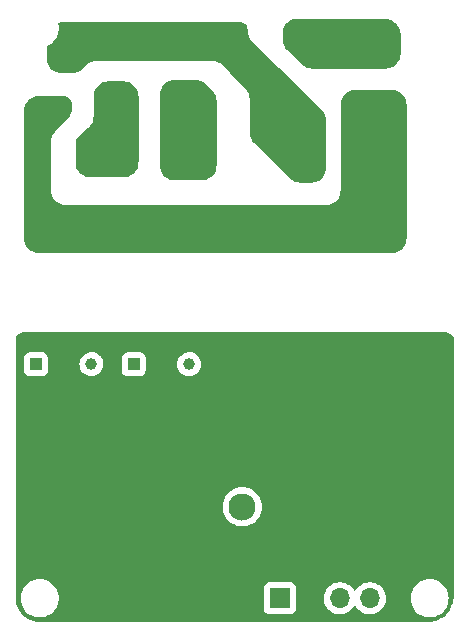
<source format=gbr>
%TF.GenerationSoftware,KiCad,Pcbnew,(5.99.0-11382-g00f1b609c4)*%
%TF.CreationDate,2021-08-15T08:59:13-05:00*%
%TF.ProjectId,reptile-monitor-power,72657074-696c-4652-9d6d-6f6e69746f72,1*%
%TF.SameCoordinates,Original*%
%TF.FileFunction,Copper,L4,Bot*%
%TF.FilePolarity,Positive*%
%FSLAX46Y46*%
G04 Gerber Fmt 4.6, Leading zero omitted, Abs format (unit mm)*
G04 Created by KiCad (PCBNEW (5.99.0-11382-g00f1b609c4)) date 2021-08-15 08:59:13*
%MOMM*%
%LPD*%
G01*
G04 APERTURE LIST*
%TA.AperFunction,ComponentPad*%
%ADD10R,1.575000X1.575000*%
%TD*%
%TA.AperFunction,ComponentPad*%
%ADD11C,1.575000*%
%TD*%
%TA.AperFunction,ComponentPad*%
%ADD12R,1.000000X1.000000*%
%TD*%
%TA.AperFunction,ComponentPad*%
%ADD13C,2.167346*%
%TD*%
%TA.AperFunction,ComponentPad*%
%ADD14C,1.000000*%
%TD*%
%TA.AperFunction,ComponentPad*%
%ADD15R,1.700000X1.700000*%
%TD*%
%TA.AperFunction,ComponentPad*%
%ADD16O,1.700000X1.700000*%
%TD*%
%TA.AperFunction,ComponentPad*%
%ADD17R,2.000000X2.300000*%
%TD*%
%TA.AperFunction,ComponentPad*%
%ADD18C,2.300000*%
%TD*%
%TA.AperFunction,ComponentPad*%
%ADD19C,1.600000*%
%TD*%
%TA.AperFunction,ComponentPad*%
%ADD20C,1.875000*%
%TD*%
%TA.AperFunction,ViaPad*%
%ADD21C,0.762000*%
%TD*%
G04 APERTURE END LIST*
D10*
%TO.P,F1,1*%
%TO.N,/FUSED_AC_L*%
X158318200Y-59944000D03*
D11*
%TO.P,F1,2*%
%TO.N,LINE*%
X158318200Y-54864000D03*
%TD*%
D12*
%TO.P,K1,1,1*%
%TO.N,+5V*%
X137496982Y-81788000D03*
D13*
%TO.P,K1,2,NO*%
%TO.N,/LOAD2*%
X142196983Y-63287999D03*
%TO.P,K1,3,COM*%
%TO.N,/FUSED_AC_L*%
X142196983Y-70288000D03*
D14*
%TO.P,K1,4,4*%
%TO.N,RLY2*%
X142196983Y-81788000D03*
%TD*%
D15*
%TO.P,J4,1,Pin_1*%
%TO.N,+5V*%
X149870008Y-101600000D03*
D16*
%TO.P,J4,2,Pin_2*%
%TO.N,GND*%
X152410008Y-101600000D03*
%TO.P,J4,3,Pin_3*%
%TO.N,L2*%
X154950008Y-101600000D03*
%TO.P,J4,4,Pin_4*%
%TO.N,L1*%
X157490008Y-101600000D03*
%TD*%
D12*
%TO.P,K2,1,1*%
%TO.N,+5V*%
X129222003Y-81788005D03*
D13*
%TO.P,K2,2,NO*%
%TO.N,/LOAD1*%
X133922004Y-63288004D03*
%TO.P,K2,3,COM*%
%TO.N,/FUSED_AC_L*%
X133922004Y-70288005D03*
D14*
%TO.P,K2,4,4*%
%TO.N,RLY1*%
X133922004Y-81788005D03*
%TD*%
D17*
%TO.P,PS1,1,AC/L*%
%TO.N,/FUSED_AC_L*%
X156901995Y-64452490D03*
D18*
%TO.P,PS1,2,AC/N*%
%TO.N,NEUT*%
X151901995Y-64452490D03*
%TO.P,PS1,3,-Vout*%
%TO.N,GND*%
X162101995Y-93852490D03*
%TO.P,PS1,4,+Vout*%
%TO.N,+5V*%
X146701995Y-93852490D03*
%TD*%
D19*
%TO.P,RV1,1*%
%TO.N,NEUT*%
X132298200Y-55666000D03*
%TO.P,RV1,2*%
%TO.N,/FUSED_AC_L*%
X130998200Y-60666000D03*
%TD*%
D20*
%TO.P,J2,1,Pin_1*%
%TO.N,NEUT*%
X145404510Y-54383991D03*
%TO.P,J2,2,Pin_2*%
%TO.N,/LOAD2*%
X142904510Y-59383991D03*
%TD*%
%TO.P,J1,1,Pin_1*%
%TO.N,LINE*%
X152892989Y-54383991D03*
%TO.P,J1,2,Pin_2*%
%TO.N,NEUT*%
X150392989Y-59383991D03*
%TD*%
%TO.P,J3,1,Pin_1*%
%TO.N,NEUT*%
X137914507Y-54383991D03*
%TO.P,J3,2,Pin_2*%
%TO.N,/LOAD1*%
X135414507Y-59383991D03*
%TD*%
D21*
%TO.N,GND*%
X136220200Y-87884000D03*
X141554200Y-90170000D03*
%TD*%
%TA.AperFunction,Conductor*%
%TO.N,NEUT*%
G36*
X146544889Y-52833078D02*
G01*
X146596076Y-52839817D01*
X146676970Y-52850467D01*
X146708741Y-52858980D01*
X146824124Y-52906773D01*
X146852610Y-52923219D01*
X146951693Y-52999248D01*
X146974952Y-53022507D01*
X147050981Y-53121590D01*
X147067427Y-53150076D01*
X147115220Y-53265459D01*
X147123733Y-53297230D01*
X147141122Y-53429309D01*
X147142200Y-53445756D01*
X147142200Y-53514092D01*
X147166841Y-53763050D01*
X147168654Y-53768996D01*
X147168655Y-53769001D01*
X147188407Y-53833779D01*
X147239806Y-54002347D01*
X147358265Y-54222698D01*
X147517622Y-54415552D01*
X149815954Y-56696340D01*
X150101647Y-56979852D01*
X153417157Y-60270053D01*
X153425535Y-60279229D01*
X153572991Y-60457680D01*
X153586840Y-60478278D01*
X153693490Y-60676662D01*
X153703032Y-60699575D01*
X153768723Y-60915016D01*
X153773588Y-60939355D01*
X153796387Y-61169707D01*
X153797000Y-61182117D01*
X153797000Y-65145493D01*
X153796521Y-65156474D01*
X153778667Y-65360552D01*
X153774853Y-65382182D01*
X153723263Y-65574718D01*
X153715751Y-65595357D01*
X153631508Y-65776015D01*
X153620532Y-65795026D01*
X153521478Y-65936489D01*
X153506196Y-65958314D01*
X153492078Y-65975138D01*
X153351138Y-66116078D01*
X153334314Y-66130196D01*
X153171026Y-66244532D01*
X153152015Y-66255508D01*
X153015716Y-66319066D01*
X152971357Y-66339751D01*
X152950717Y-66347263D01*
X152758178Y-66398854D01*
X152736555Y-66402666D01*
X152580516Y-66416318D01*
X152532474Y-66420521D01*
X152521493Y-66421000D01*
X151609721Y-66421000D01*
X151597407Y-66420397D01*
X151368810Y-66397948D01*
X151344652Y-66393157D01*
X151237690Y-66360811D01*
X151130726Y-66328464D01*
X151107965Y-66319067D01*
X150910705Y-66213992D01*
X150890209Y-66200348D01*
X150712361Y-66054988D01*
X150703208Y-66046728D01*
X147698439Y-63055704D01*
X147690091Y-63046534D01*
X147543162Y-62868231D01*
X147529364Y-62847657D01*
X147423114Y-62649560D01*
X147413608Y-62626684D01*
X147348169Y-62411624D01*
X147343322Y-62387331D01*
X147320610Y-62157414D01*
X147320000Y-62145028D01*
X147320000Y-59375021D01*
X147297245Y-59135691D01*
X147229797Y-58904937D01*
X147120072Y-58691028D01*
X146972002Y-58501629D01*
X145691180Y-57149521D01*
X145106671Y-56532480D01*
X145106663Y-56532472D01*
X145104898Y-56530609D01*
X145076364Y-56505010D01*
X144955268Y-56396373D01*
X144951456Y-56392953D01*
X144777766Y-56281935D01*
X144588403Y-56200478D01*
X144583433Y-56199242D01*
X144393328Y-56151966D01*
X144393323Y-56151965D01*
X144388356Y-56150730D01*
X144182897Y-56134000D01*
X134315200Y-56134000D01*
X134312302Y-56134269D01*
X134312291Y-56134270D01*
X134086832Y-56155237D01*
X134086831Y-56155237D01*
X134081015Y-56155778D01*
X133992181Y-56181148D01*
X133860484Y-56218760D01*
X133860480Y-56218761D01*
X133854862Y-56220366D01*
X133644496Y-56325549D01*
X133457134Y-56467719D01*
X133242891Y-56704138D01*
X133149135Y-56807598D01*
X133131932Y-56823363D01*
X132963238Y-56951368D01*
X132943427Y-56963689D01*
X132754018Y-57058394D01*
X132732273Y-57066851D01*
X132528650Y-57125005D01*
X132505720Y-57129307D01*
X132289018Y-57149459D01*
X132277351Y-57150000D01*
X131399707Y-57150000D01*
X131388726Y-57149521D01*
X131340684Y-57145318D01*
X131184645Y-57131666D01*
X131163022Y-57127854D01*
X130970483Y-57076263D01*
X130949843Y-57068751D01*
X130927007Y-57058102D01*
X130769185Y-56984508D01*
X130750174Y-56973532D01*
X130586886Y-56859196D01*
X130570062Y-56845078D01*
X130429122Y-56704138D01*
X130415004Y-56687314D01*
X130399722Y-56665489D01*
X130300668Y-56524026D01*
X130289692Y-56505015D01*
X130205449Y-56324357D01*
X130197937Y-56303718D01*
X130158727Y-56157383D01*
X130146346Y-56111178D01*
X130142533Y-56089552D01*
X130124679Y-55885474D01*
X130124200Y-55874493D01*
X130124200Y-54923235D01*
X130144202Y-54855114D01*
X130201981Y-54806827D01*
X130231094Y-54794768D01*
X130267928Y-54779511D01*
X130267932Y-54779509D01*
X130272502Y-54777616D01*
X130488376Y-54645328D01*
X130680898Y-54480898D01*
X130845328Y-54288376D01*
X130977616Y-54072502D01*
X131042277Y-53916398D01*
X131072611Y-53843164D01*
X131072612Y-53843162D01*
X131074505Y-53838591D01*
X131108176Y-53698341D01*
X131132454Y-53597216D01*
X131132455Y-53597210D01*
X131133609Y-53592403D01*
X131153474Y-53340000D01*
X131133609Y-53087597D01*
X131127115Y-53060545D01*
X131113006Y-53001778D01*
X131116553Y-52930870D01*
X131157873Y-52873136D01*
X131224543Y-52846843D01*
X131388725Y-52832479D01*
X131399707Y-52832000D01*
X146528444Y-52832000D01*
X146544889Y-52833078D01*
G37*
%TD.AperFunction*%
%TD*%
%TA.AperFunction,Conductor*%
%TO.N,LINE*%
G36*
X158831674Y-52578479D02*
G01*
X158879716Y-52582682D01*
X159035755Y-52596334D01*
X159057378Y-52600146D01*
X159207825Y-52640458D01*
X159249918Y-52651737D01*
X159270558Y-52659249D01*
X159451215Y-52743492D01*
X159470226Y-52754468D01*
X159497451Y-52773531D01*
X159633514Y-52868804D01*
X159650338Y-52882922D01*
X159791278Y-53023862D01*
X159805396Y-53040686D01*
X159919732Y-53203974D01*
X159930708Y-53222985D01*
X160004302Y-53380807D01*
X160014951Y-53403643D01*
X160022463Y-53424282D01*
X160074053Y-53616818D01*
X160077867Y-53638448D01*
X160095721Y-53842526D01*
X160096200Y-53853507D01*
X160096200Y-55493493D01*
X160095721Y-55504474D01*
X160077867Y-55708552D01*
X160074053Y-55730182D01*
X160022463Y-55922718D01*
X160014951Y-55943357D01*
X159930708Y-56124015D01*
X159919732Y-56143026D01*
X159820678Y-56284489D01*
X159805396Y-56306314D01*
X159791278Y-56323138D01*
X159650338Y-56464078D01*
X159633514Y-56478196D01*
X159470226Y-56592532D01*
X159451215Y-56603508D01*
X159313777Y-56667597D01*
X159270557Y-56687751D01*
X159249917Y-56695263D01*
X159057378Y-56746854D01*
X159035755Y-56750666D01*
X158879716Y-56764318D01*
X158831674Y-56768521D01*
X158820693Y-56769000D01*
X152624168Y-56769000D01*
X152611886Y-56768400D01*
X152430824Y-56750667D01*
X152383885Y-56746070D01*
X152359789Y-56741304D01*
X152146376Y-56676946D01*
X152123669Y-56667599D01*
X151926786Y-56563051D01*
X151906325Y-56549476D01*
X151728680Y-56404816D01*
X151719537Y-56396597D01*
X150494323Y-55182017D01*
X150485935Y-55172839D01*
X150338298Y-54994336D01*
X150324432Y-54973730D01*
X150217643Y-54775245D01*
X150208092Y-54752325D01*
X150142315Y-54536756D01*
X150137444Y-54512412D01*
X150114613Y-54281888D01*
X150114000Y-54269470D01*
X150114000Y-53697685D01*
X150114607Y-53685335D01*
X150134179Y-53486620D01*
X150138998Y-53462394D01*
X150195160Y-53277254D01*
X150204612Y-53254434D01*
X150295808Y-53083817D01*
X150309531Y-53063279D01*
X150432264Y-52913729D01*
X150449729Y-52896264D01*
X150599279Y-52773531D01*
X150619817Y-52759808D01*
X150790434Y-52668612D01*
X150813254Y-52659160D01*
X150998394Y-52602998D01*
X151022619Y-52598179D01*
X151221335Y-52578607D01*
X151233685Y-52578000D01*
X158820693Y-52578000D01*
X158831674Y-52578479D01*
G37*
%TD.AperFunction*%
%TD*%
%TA.AperFunction,Conductor*%
%TO.N,/FUSED_AC_L*%
G36*
X159339674Y-58547479D02*
G01*
X159387716Y-58551682D01*
X159543755Y-58565334D01*
X159565378Y-58569146D01*
X159715825Y-58609458D01*
X159757918Y-58620737D01*
X159778558Y-58628249D01*
X159959215Y-58712492D01*
X159978226Y-58723468D01*
X160119689Y-58822522D01*
X160141514Y-58837804D01*
X160158338Y-58851922D01*
X160299278Y-58992862D01*
X160313396Y-59009686D01*
X160427732Y-59172974D01*
X160438708Y-59191985D01*
X160457121Y-59231471D01*
X160522951Y-59372643D01*
X160530463Y-59393282D01*
X160561379Y-59508660D01*
X160582053Y-59585818D01*
X160585866Y-59607445D01*
X160592299Y-59680969D01*
X160603721Y-59811526D01*
X160604200Y-59822507D01*
X160604200Y-71114493D01*
X160603721Y-71125474D01*
X160585867Y-71329552D01*
X160582053Y-71351182D01*
X160530463Y-71543718D01*
X160522951Y-71564357D01*
X160438708Y-71745015D01*
X160427732Y-71764026D01*
X160328678Y-71905489D01*
X160313396Y-71927314D01*
X160299278Y-71944138D01*
X160158338Y-72085078D01*
X160141514Y-72099196D01*
X159978226Y-72213532D01*
X159959215Y-72224508D01*
X159801393Y-72298102D01*
X159778557Y-72308751D01*
X159757917Y-72316263D01*
X159565378Y-72367854D01*
X159543755Y-72371666D01*
X159387716Y-72385318D01*
X159339674Y-72389521D01*
X159328693Y-72390000D01*
X129494707Y-72390000D01*
X129483726Y-72389521D01*
X129435684Y-72385318D01*
X129279645Y-72371666D01*
X129258022Y-72367854D01*
X129065483Y-72316263D01*
X129044843Y-72308751D01*
X129022007Y-72298102D01*
X128864185Y-72224508D01*
X128845174Y-72213532D01*
X128681886Y-72099196D01*
X128665062Y-72085078D01*
X128524122Y-71944138D01*
X128510004Y-71927314D01*
X128494722Y-71905489D01*
X128395668Y-71764026D01*
X128384692Y-71745015D01*
X128300449Y-71564357D01*
X128292937Y-71543718D01*
X128241347Y-71351182D01*
X128237533Y-71329552D01*
X128219679Y-71125474D01*
X128219200Y-71114493D01*
X128219200Y-60330507D01*
X128219679Y-60319526D01*
X128237533Y-60115448D01*
X128241347Y-60093818D01*
X128243896Y-60084308D01*
X128292937Y-59901282D01*
X128300449Y-59880643D01*
X128333404Y-59809971D01*
X128384692Y-59699985D01*
X128395668Y-59680974D01*
X128510004Y-59517686D01*
X128524122Y-59500862D01*
X128665062Y-59359922D01*
X128681886Y-59345804D01*
X128703711Y-59330522D01*
X128845174Y-59231468D01*
X128864185Y-59220492D01*
X129044842Y-59136249D01*
X129065482Y-59128737D01*
X129107575Y-59117458D01*
X129258022Y-59077146D01*
X129279645Y-59073334D01*
X129435684Y-59059682D01*
X129483726Y-59055479D01*
X129494707Y-59055000D01*
X131514121Y-59055000D01*
X131528229Y-59055792D01*
X131676657Y-59072516D01*
X131704163Y-59078794D01*
X131838416Y-59125772D01*
X131863835Y-59138013D01*
X131984282Y-59213694D01*
X132006342Y-59231287D01*
X132106913Y-59331858D01*
X132124506Y-59353918D01*
X132200187Y-59474365D01*
X132212428Y-59499784D01*
X132250102Y-59607448D01*
X132259405Y-59634035D01*
X132265684Y-59661543D01*
X132282408Y-59809971D01*
X132283200Y-59824079D01*
X132283200Y-60072498D01*
X132282645Y-60084308D01*
X132261998Y-60303624D01*
X132257590Y-60326829D01*
X132198024Y-60532734D01*
X132189363Y-60554707D01*
X132092416Y-60745878D01*
X132079805Y-60765850D01*
X131945257Y-60940268D01*
X131937605Y-60949280D01*
X130846760Y-62118043D01*
X130701348Y-62306544D01*
X130698671Y-62311823D01*
X130698669Y-62311826D01*
X130596346Y-62513598D01*
X130596344Y-62513603D01*
X130593672Y-62518872D01*
X130527514Y-62747565D01*
X130505200Y-62984587D01*
X130505200Y-67056000D01*
X130524494Y-67276533D01*
X130581790Y-67490366D01*
X130584112Y-67495346D01*
X130584113Y-67495348D01*
X130673022Y-67686013D01*
X130673025Y-67686018D01*
X130675348Y-67691000D01*
X130802324Y-67872340D01*
X130958860Y-68028876D01*
X130963368Y-68032033D01*
X130963371Y-68032035D01*
X131038828Y-68084871D01*
X131140200Y-68155852D01*
X131145182Y-68158175D01*
X131145187Y-68158178D01*
X131335852Y-68247087D01*
X131340834Y-68249410D01*
X131346142Y-68250832D01*
X131346144Y-68250833D01*
X131549352Y-68305282D01*
X131549354Y-68305282D01*
X131554667Y-68306706D01*
X131682837Y-68317919D01*
X131772476Y-68325762D01*
X131772483Y-68325762D01*
X131775200Y-68326000D01*
X153746200Y-68326000D01*
X153748917Y-68325762D01*
X153748924Y-68325762D01*
X153838563Y-68317919D01*
X153966733Y-68306706D01*
X153972046Y-68305282D01*
X153972048Y-68305282D01*
X154175256Y-68250833D01*
X154175258Y-68250832D01*
X154180566Y-68249410D01*
X154185548Y-68247087D01*
X154376213Y-68158178D01*
X154376218Y-68158175D01*
X154381200Y-68155852D01*
X154482572Y-68084871D01*
X154558029Y-68032035D01*
X154558032Y-68032033D01*
X154562540Y-68028876D01*
X154719076Y-67872340D01*
X154846052Y-67691000D01*
X154848375Y-67686018D01*
X154848378Y-67686013D01*
X154937287Y-67495348D01*
X154937288Y-67495346D01*
X154939610Y-67490366D01*
X154996906Y-67276533D01*
X155016200Y-67056000D01*
X155016200Y-59822507D01*
X155016679Y-59811526D01*
X155028101Y-59680969D01*
X155034534Y-59607445D01*
X155038347Y-59585818D01*
X155059022Y-59508660D01*
X155089937Y-59393282D01*
X155097449Y-59372643D01*
X155163279Y-59231471D01*
X155181692Y-59191985D01*
X155192668Y-59172974D01*
X155307004Y-59009686D01*
X155321122Y-58992862D01*
X155462062Y-58851922D01*
X155478886Y-58837804D01*
X155500711Y-58822522D01*
X155642174Y-58723468D01*
X155661185Y-58712492D01*
X155841842Y-58628249D01*
X155862482Y-58620737D01*
X155904575Y-58609458D01*
X156055022Y-58569146D01*
X156076645Y-58565334D01*
X156232684Y-58551682D01*
X156280726Y-58547479D01*
X156291707Y-58547000D01*
X159328693Y-58547000D01*
X159339674Y-58547479D01*
G37*
%TD.AperFunction*%
%TD*%
%TA.AperFunction,Conductor*%
%TO.N,/LOAD1*%
G36*
X136642474Y-57846475D02*
G01*
X136690516Y-57850678D01*
X136846555Y-57864330D01*
X136868178Y-57868142D01*
X137018625Y-57908454D01*
X137060718Y-57919733D01*
X137081358Y-57927245D01*
X137262015Y-58011488D01*
X137281026Y-58022464D01*
X137422489Y-58121518D01*
X137444314Y-58136800D01*
X137461138Y-58150918D01*
X137602078Y-58291858D01*
X137616196Y-58308682D01*
X137730532Y-58471970D01*
X137741508Y-58490981D01*
X137815102Y-58648803D01*
X137825751Y-58671639D01*
X137833263Y-58692278D01*
X137884853Y-58884814D01*
X137888667Y-58906444D01*
X137906521Y-59110522D01*
X137907000Y-59121503D01*
X137907000Y-64698489D01*
X137906521Y-64709470D01*
X137888667Y-64913548D01*
X137884853Y-64935178D01*
X137833263Y-65127714D01*
X137825751Y-65148353D01*
X137741508Y-65329011D01*
X137730532Y-65348022D01*
X137631478Y-65489485D01*
X137616196Y-65511310D01*
X137602078Y-65528134D01*
X137461138Y-65669074D01*
X137444314Y-65683192D01*
X137281026Y-65797528D01*
X137262015Y-65808504D01*
X137104193Y-65882098D01*
X137081357Y-65892747D01*
X137060717Y-65900259D01*
X136868178Y-65951850D01*
X136846555Y-65955662D01*
X136690516Y-65969314D01*
X136642474Y-65973517D01*
X136631493Y-65973996D01*
X133848507Y-65973996D01*
X133837526Y-65973517D01*
X133789484Y-65969314D01*
X133633445Y-65955662D01*
X133611822Y-65951850D01*
X133419283Y-65900259D01*
X133398643Y-65892747D01*
X133375807Y-65882098D01*
X133217985Y-65808504D01*
X133198974Y-65797528D01*
X133035686Y-65683192D01*
X133018862Y-65669074D01*
X132877922Y-65528134D01*
X132863804Y-65511310D01*
X132848522Y-65489485D01*
X132749468Y-65348022D01*
X132738492Y-65329011D01*
X132654249Y-65148353D01*
X132646737Y-65127714D01*
X132595147Y-64935178D01*
X132591333Y-64913548D01*
X132573479Y-64709470D01*
X132573000Y-64698489D01*
X132573000Y-63272357D01*
X132573483Y-63261333D01*
X132591476Y-63056471D01*
X132595320Y-63034760D01*
X132647305Y-62841536D01*
X132654874Y-62820827D01*
X132739749Y-62639616D01*
X132750812Y-62620544D01*
X132865975Y-62456903D01*
X132880193Y-62440052D01*
X133026049Y-62295084D01*
X133034209Y-62287655D01*
X133637916Y-61784566D01*
X133640034Y-61782801D01*
X133797657Y-61626138D01*
X133925557Y-61444398D01*
X134019819Y-61243145D01*
X134077556Y-61028542D01*
X134097000Y-60807160D01*
X134097000Y-59121503D01*
X134097479Y-59110522D01*
X134115333Y-58906444D01*
X134119147Y-58884814D01*
X134170737Y-58692278D01*
X134178249Y-58671639D01*
X134188898Y-58648803D01*
X134262492Y-58490981D01*
X134273468Y-58471970D01*
X134387804Y-58308682D01*
X134401922Y-58291858D01*
X134542862Y-58150918D01*
X134559686Y-58136800D01*
X134581511Y-58121518D01*
X134722974Y-58022464D01*
X134741985Y-58011488D01*
X134922642Y-57927245D01*
X134943282Y-57919733D01*
X134985375Y-57908454D01*
X135135822Y-57868142D01*
X135157445Y-57864330D01*
X135313484Y-57850678D01*
X135361526Y-57846475D01*
X135372507Y-57845996D01*
X136631493Y-57845996D01*
X136642474Y-57846475D01*
G37*
%TD.AperFunction*%
%TD*%
%TA.AperFunction,Conductor*%
%TO.N,/LOAD2*%
G36*
X142745776Y-57719583D02*
G01*
X142971231Y-57741414D01*
X142995067Y-57746073D01*
X143136547Y-57788229D01*
X143206300Y-57809013D01*
X143228796Y-57818158D01*
X143424030Y-57920457D01*
X143444343Y-57933741D01*
X143621111Y-58075436D01*
X143630192Y-58083464D01*
X144103669Y-58544639D01*
X144137619Y-58577707D01*
X144146176Y-58586917D01*
X144296831Y-58766238D01*
X144310989Y-58786980D01*
X144420064Y-58987070D01*
X144429826Y-59010207D01*
X144497051Y-59227943D01*
X144502032Y-59252557D01*
X144525373Y-59485606D01*
X144526000Y-59498163D01*
X144526000Y-64952489D01*
X144525521Y-64963470D01*
X144507667Y-65167548D01*
X144503853Y-65189178D01*
X144452263Y-65381714D01*
X144444751Y-65402353D01*
X144360508Y-65583011D01*
X144349532Y-65602022D01*
X144250478Y-65743485D01*
X144235196Y-65765310D01*
X144221078Y-65782134D01*
X144080138Y-65923074D01*
X144063314Y-65937192D01*
X143900026Y-66051528D01*
X143881015Y-66062504D01*
X143723193Y-66136098D01*
X143700357Y-66146747D01*
X143679717Y-66154259D01*
X143487178Y-66205850D01*
X143465555Y-66209662D01*
X143309516Y-66223314D01*
X143261474Y-66227517D01*
X143250493Y-66227996D01*
X140975507Y-66227996D01*
X140964526Y-66227517D01*
X140916484Y-66223314D01*
X140760445Y-66209662D01*
X140738822Y-66205850D01*
X140546283Y-66154259D01*
X140525643Y-66146747D01*
X140502807Y-66136098D01*
X140344985Y-66062504D01*
X140325974Y-66051528D01*
X140162686Y-65937192D01*
X140145862Y-65923074D01*
X140004922Y-65782134D01*
X139990804Y-65765310D01*
X139975522Y-65743485D01*
X139876468Y-65602022D01*
X139865492Y-65583011D01*
X139781249Y-65402353D01*
X139773737Y-65381714D01*
X139722147Y-65189178D01*
X139718333Y-65167548D01*
X139700479Y-64963470D01*
X139700000Y-64952489D01*
X139700000Y-58994503D01*
X139700479Y-58983522D01*
X139718333Y-58779444D01*
X139722147Y-58757814D01*
X139773737Y-58565278D01*
X139781249Y-58544639D01*
X139791898Y-58521803D01*
X139865492Y-58363981D01*
X139876468Y-58344970D01*
X139990804Y-58181682D01*
X140004922Y-58164858D01*
X140145862Y-58023918D01*
X140162686Y-58009800D01*
X140271299Y-57933748D01*
X140325974Y-57895464D01*
X140344985Y-57884488D01*
X140525642Y-57800245D01*
X140546282Y-57792733D01*
X140588375Y-57781454D01*
X140738822Y-57741142D01*
X140760445Y-57737330D01*
X140916484Y-57723678D01*
X140964526Y-57719475D01*
X140975507Y-57718996D01*
X142733632Y-57718996D01*
X142745776Y-57719583D01*
G37*
%TD.AperFunction*%
%TD*%
%TA.AperFunction,Conductor*%
%TO.N,GND*%
G36*
X163693474Y-79081479D02*
G01*
X163741516Y-79085682D01*
X163897555Y-79099334D01*
X163919178Y-79103146D01*
X164069625Y-79143458D01*
X164111718Y-79154737D01*
X164132358Y-79162249D01*
X164313015Y-79246492D01*
X164332026Y-79257468D01*
X164473489Y-79356522D01*
X164495314Y-79371804D01*
X164512138Y-79385922D01*
X164548229Y-79422013D01*
X164582255Y-79484325D01*
X164585134Y-79511068D01*
X164591931Y-101377361D01*
X164591978Y-101529093D01*
X164590629Y-101541176D01*
X164591122Y-101541216D01*
X164590404Y-101550158D01*
X164588423Y-101558918D01*
X164588980Y-101567879D01*
X164588980Y-101567884D01*
X164589504Y-101576307D01*
X164588721Y-101600173D01*
X164560286Y-101821630D01*
X164557480Y-101836418D01*
X164545736Y-101882939D01*
X164496121Y-102079468D01*
X164491569Y-102093821D01*
X164401661Y-102327796D01*
X164395430Y-102341505D01*
X164278243Y-102563099D01*
X164270421Y-102575965D01*
X164250971Y-102604031D01*
X164156120Y-102740898D01*
X164127640Y-102781993D01*
X164118348Y-102793824D01*
X163967778Y-102963568D01*
X163952001Y-102981354D01*
X163941357Y-102991998D01*
X163753824Y-103158348D01*
X163741997Y-103167637D01*
X163625948Y-103248061D01*
X163535965Y-103310421D01*
X163523099Y-103318243D01*
X163301505Y-103435430D01*
X163287796Y-103441661D01*
X163053821Y-103531569D01*
X163039468Y-103536121D01*
X162967323Y-103554335D01*
X162796418Y-103597480D01*
X162781637Y-103600285D01*
X162677074Y-103613711D01*
X162567363Y-103627798D01*
X162540430Y-103628353D01*
X162540375Y-103628348D01*
X162540373Y-103628348D01*
X162531429Y-103627572D01*
X162522630Y-103629337D01*
X162522627Y-103629337D01*
X162521617Y-103629540D01*
X162496839Y-103632000D01*
X129588425Y-103632000D01*
X129569395Y-103630555D01*
X129553674Y-103628153D01*
X129544805Y-103626798D01*
X129528584Y-103628966D01*
X129503986Y-103629827D01*
X129281532Y-103615831D01*
X129265127Y-103613711D01*
X129020577Y-103565611D01*
X129004591Y-103561360D01*
X128768440Y-103481636D01*
X128753149Y-103475328D01*
X128529486Y-103365361D01*
X128515153Y-103357104D01*
X128307824Y-103218785D01*
X128294696Y-103208722D01*
X128237216Y-103158338D01*
X128107262Y-103044426D01*
X128095569Y-103032733D01*
X128059866Y-102992001D01*
X127931278Y-102845304D01*
X127921215Y-102832176D01*
X127782895Y-102624847D01*
X127774638Y-102610513D01*
X127664669Y-102386845D01*
X127658361Y-102371555D01*
X127578640Y-102135413D01*
X127574389Y-102119427D01*
X127526288Y-101874873D01*
X127524168Y-101858468D01*
X127512095Y-101666590D01*
X127510622Y-101643172D01*
X127511702Y-101620343D01*
X127511758Y-101616604D01*
X127513165Y-101607735D01*
X127512176Y-101600000D01*
X127926526Y-101600000D01*
X127946391Y-101852403D01*
X127947545Y-101857210D01*
X127947546Y-101857216D01*
X127956143Y-101893023D01*
X128005495Y-102098591D01*
X128007388Y-102103162D01*
X128007389Y-102103164D01*
X128100435Y-102327796D01*
X128102384Y-102332502D01*
X128234672Y-102548376D01*
X128316489Y-102644171D01*
X128393685Y-102734555D01*
X128399102Y-102740898D01*
X128591624Y-102905328D01*
X128807498Y-103037616D01*
X128812068Y-103039509D01*
X128812072Y-103039511D01*
X129036836Y-103132611D01*
X129041409Y-103134505D01*
X129126032Y-103154821D01*
X129282784Y-103192454D01*
X129282790Y-103192455D01*
X129287597Y-103193609D01*
X129540000Y-103213474D01*
X129792403Y-103193609D01*
X129797210Y-103192455D01*
X129797216Y-103192454D01*
X129953968Y-103154821D01*
X130038591Y-103134505D01*
X130043164Y-103132611D01*
X130267928Y-103039511D01*
X130267932Y-103039509D01*
X130272502Y-103037616D01*
X130488376Y-102905328D01*
X130680898Y-102740898D01*
X130686316Y-102734555D01*
X130763511Y-102644171D01*
X130845328Y-102548376D01*
X130977616Y-102332502D01*
X130979566Y-102327796D01*
X131072611Y-102103164D01*
X131072612Y-102103162D01*
X131074505Y-102098591D01*
X131123857Y-101893023D01*
X131132454Y-101857216D01*
X131132455Y-101857210D01*
X131133609Y-101852403D01*
X131153474Y-101600000D01*
X131133609Y-101347597D01*
X131131687Y-101339588D01*
X131087600Y-101155954D01*
X131074505Y-101101409D01*
X131016176Y-100960590D01*
X130979511Y-100872072D01*
X130979509Y-100872068D01*
X130977616Y-100867498D01*
X130905613Y-100750000D01*
X148506279Y-100750000D01*
X148506279Y-102450000D01*
X148511508Y-102523111D01*
X148532539Y-102594734D01*
X148547055Y-102644171D01*
X148552704Y-102663411D01*
X148557575Y-102670990D01*
X148626886Y-102778841D01*
X148626888Y-102778844D01*
X148631758Y-102786421D01*
X148638568Y-102792322D01*
X148735453Y-102876274D01*
X148735456Y-102876276D01*
X148742265Y-102882176D01*
X148750462Y-102885920D01*
X148750463Y-102885920D01*
X148797027Y-102907185D01*
X148875274Y-102942919D01*
X149020008Y-102963729D01*
X150720008Y-102963729D01*
X150756808Y-102961097D01*
X150786381Y-102958982D01*
X150786382Y-102958982D01*
X150793119Y-102958500D01*
X150883768Y-102931883D01*
X150924773Y-102919843D01*
X150924775Y-102919842D01*
X150933419Y-102917304D01*
X151005997Y-102870661D01*
X151048849Y-102843122D01*
X151048852Y-102843120D01*
X151056429Y-102838250D01*
X151096226Y-102792322D01*
X151146282Y-102734555D01*
X151146284Y-102734552D01*
X151152184Y-102727743D01*
X151212927Y-102594734D01*
X151233737Y-102450000D01*
X151233737Y-101566695D01*
X153587259Y-101566695D01*
X153587556Y-101571848D01*
X153587556Y-101571851D01*
X153593019Y-101666590D01*
X153600118Y-101789715D01*
X153601255Y-101794761D01*
X153601256Y-101794767D01*
X153615330Y-101857216D01*
X153649230Y-102007639D01*
X153733274Y-102214616D01*
X153778848Y-102288986D01*
X153847299Y-102400688D01*
X153849995Y-102405088D01*
X153996258Y-102573938D01*
X154168134Y-102716632D01*
X154361008Y-102829338D01*
X154365833Y-102831180D01*
X154365834Y-102831181D01*
X154402819Y-102845304D01*
X154569700Y-102909030D01*
X154574768Y-102910061D01*
X154574771Y-102910062D01*
X154682025Y-102931883D01*
X154788605Y-102953567D01*
X154793780Y-102953757D01*
X154793782Y-102953757D01*
X155006681Y-102961564D01*
X155006685Y-102961564D01*
X155011845Y-102961753D01*
X155016965Y-102961097D01*
X155016967Y-102961097D01*
X155228296Y-102934025D01*
X155228297Y-102934025D01*
X155233424Y-102933368D01*
X155286968Y-102917304D01*
X155442437Y-102870661D01*
X155442442Y-102870659D01*
X155447392Y-102869174D01*
X155648002Y-102770896D01*
X155829868Y-102641173D01*
X155988104Y-102483489D01*
X156010552Y-102452250D01*
X156118461Y-102302077D01*
X156119784Y-102303028D01*
X156166653Y-102259857D01*
X156236588Y-102247625D01*
X156302034Y-102275144D01*
X156329883Y-102306994D01*
X156389995Y-102405088D01*
X156536258Y-102573938D01*
X156708134Y-102716632D01*
X156901008Y-102829338D01*
X156905833Y-102831180D01*
X156905834Y-102831181D01*
X156942819Y-102845304D01*
X157109700Y-102909030D01*
X157114768Y-102910061D01*
X157114771Y-102910062D01*
X157222025Y-102931883D01*
X157328605Y-102953567D01*
X157333780Y-102953757D01*
X157333782Y-102953757D01*
X157546681Y-102961564D01*
X157546685Y-102961564D01*
X157551845Y-102961753D01*
X157556965Y-102961097D01*
X157556967Y-102961097D01*
X157768296Y-102934025D01*
X157768297Y-102934025D01*
X157773424Y-102933368D01*
X157826968Y-102917304D01*
X157982437Y-102870661D01*
X157982442Y-102870659D01*
X157987392Y-102869174D01*
X158188002Y-102770896D01*
X158369868Y-102641173D01*
X158528104Y-102483489D01*
X158550552Y-102452250D01*
X158655443Y-102306277D01*
X158658461Y-102302077D01*
X158679328Y-102259857D01*
X158755144Y-102106453D01*
X158755145Y-102106451D01*
X158757438Y-102101811D01*
X158822378Y-101888069D01*
X158851537Y-101666590D01*
X158852667Y-101620343D01*
X158853082Y-101603365D01*
X158853082Y-101603361D01*
X158853164Y-101600000D01*
X160942030Y-101600000D01*
X160961895Y-101852403D01*
X160963049Y-101857210D01*
X160963050Y-101857216D01*
X160971647Y-101893023D01*
X161020999Y-102098591D01*
X161022892Y-102103162D01*
X161022893Y-102103164D01*
X161115939Y-102327796D01*
X161117888Y-102332502D01*
X161250176Y-102548376D01*
X161331993Y-102644171D01*
X161409189Y-102734555D01*
X161414606Y-102740898D01*
X161607128Y-102905328D01*
X161823002Y-103037616D01*
X161827572Y-103039509D01*
X161827576Y-103039511D01*
X162052340Y-103132611D01*
X162056913Y-103134505D01*
X162141536Y-103154821D01*
X162298288Y-103192454D01*
X162298294Y-103192455D01*
X162303101Y-103193609D01*
X162555504Y-103213474D01*
X162807907Y-103193609D01*
X162812714Y-103192455D01*
X162812720Y-103192454D01*
X162969472Y-103154821D01*
X163054095Y-103134505D01*
X163058668Y-103132611D01*
X163283432Y-103039511D01*
X163283436Y-103039509D01*
X163288006Y-103037616D01*
X163503880Y-102905328D01*
X163696402Y-102740898D01*
X163701820Y-102734555D01*
X163779015Y-102644171D01*
X163860832Y-102548376D01*
X163993120Y-102332502D01*
X163995070Y-102327796D01*
X164088115Y-102103164D01*
X164088116Y-102103162D01*
X164090009Y-102098591D01*
X164139361Y-101893023D01*
X164147958Y-101857216D01*
X164147959Y-101857210D01*
X164149113Y-101852403D01*
X164168978Y-101600000D01*
X164149113Y-101347597D01*
X164147191Y-101339588D01*
X164103104Y-101155954D01*
X164090009Y-101101409D01*
X164031680Y-100960590D01*
X163995015Y-100872072D01*
X163995013Y-100872068D01*
X163993120Y-100867498D01*
X163860832Y-100651624D01*
X163714639Y-100480455D01*
X163699610Y-100462858D01*
X163696402Y-100459102D01*
X163503880Y-100294672D01*
X163288006Y-100162384D01*
X163283436Y-100160491D01*
X163283432Y-100160489D01*
X163058668Y-100067389D01*
X163058666Y-100067388D01*
X163054095Y-100065495D01*
X162969472Y-100045179D01*
X162812720Y-100007546D01*
X162812714Y-100007545D01*
X162807907Y-100006391D01*
X162555504Y-99986526D01*
X162303101Y-100006391D01*
X162298294Y-100007545D01*
X162298288Y-100007546D01*
X162141536Y-100045179D01*
X162056913Y-100065495D01*
X162052342Y-100067388D01*
X162052340Y-100067389D01*
X161827576Y-100160489D01*
X161827572Y-100160491D01*
X161823002Y-100162384D01*
X161607128Y-100294672D01*
X161414606Y-100459102D01*
X161411398Y-100462858D01*
X161396369Y-100480455D01*
X161250176Y-100651624D01*
X161117888Y-100867498D01*
X161115995Y-100872068D01*
X161115993Y-100872072D01*
X161079328Y-100960590D01*
X161020999Y-101101409D01*
X161007904Y-101155954D01*
X160963818Y-101339588D01*
X160961895Y-101347597D01*
X160942030Y-101600000D01*
X158853164Y-101600000D01*
X158834860Y-101377361D01*
X158780439Y-101160702D01*
X158691362Y-100955840D01*
X158570022Y-100768277D01*
X158419678Y-100603051D01*
X158415627Y-100599852D01*
X158415623Y-100599848D01*
X158248422Y-100467800D01*
X158248418Y-100467798D01*
X158244367Y-100464598D01*
X158048797Y-100356638D01*
X158043928Y-100354914D01*
X158043924Y-100354912D01*
X157843095Y-100283795D01*
X157843091Y-100283794D01*
X157838220Y-100282069D01*
X157833127Y-100281162D01*
X157833124Y-100281161D01*
X157623381Y-100243800D01*
X157623375Y-100243799D01*
X157618292Y-100242894D01*
X157544460Y-100241992D01*
X157400089Y-100240228D01*
X157400087Y-100240228D01*
X157394919Y-100240165D01*
X157174099Y-100273955D01*
X156961764Y-100343357D01*
X156763615Y-100446507D01*
X156759482Y-100449610D01*
X156759479Y-100449612D01*
X156632121Y-100545235D01*
X156584973Y-100580635D01*
X156430637Y-100742138D01*
X156323209Y-100899621D01*
X156268301Y-100944621D01*
X156197776Y-100952792D01*
X156134029Y-100921538D01*
X156113332Y-100897054D01*
X156032830Y-100772617D01*
X156032828Y-100772614D01*
X156030022Y-100768277D01*
X155879678Y-100603051D01*
X155875627Y-100599852D01*
X155875623Y-100599848D01*
X155708422Y-100467800D01*
X155708418Y-100467798D01*
X155704367Y-100464598D01*
X155508797Y-100356638D01*
X155503928Y-100354914D01*
X155503924Y-100354912D01*
X155303095Y-100283795D01*
X155303091Y-100283794D01*
X155298220Y-100282069D01*
X155293127Y-100281162D01*
X155293124Y-100281161D01*
X155083381Y-100243800D01*
X155083375Y-100243799D01*
X155078292Y-100242894D01*
X155004460Y-100241992D01*
X154860089Y-100240228D01*
X154860087Y-100240228D01*
X154854919Y-100240165D01*
X154634099Y-100273955D01*
X154421764Y-100343357D01*
X154223615Y-100446507D01*
X154219482Y-100449610D01*
X154219479Y-100449612D01*
X154092121Y-100545235D01*
X154044973Y-100580635D01*
X153890637Y-100742138D01*
X153764751Y-100926680D01*
X153749011Y-100960590D01*
X153685768Y-101096836D01*
X153670696Y-101129305D01*
X153610997Y-101344570D01*
X153587259Y-101566695D01*
X151233737Y-101566695D01*
X151233737Y-100750000D01*
X151228508Y-100676889D01*
X151200245Y-100580635D01*
X151189851Y-100545235D01*
X151189850Y-100545233D01*
X151187312Y-100536589D01*
X151143104Y-100467800D01*
X151113130Y-100421159D01*
X151113128Y-100421156D01*
X151108258Y-100413579D01*
X151101448Y-100407678D01*
X151004563Y-100323726D01*
X151004560Y-100323724D01*
X150997751Y-100317824D01*
X150864742Y-100257081D01*
X150720008Y-100236271D01*
X149020008Y-100236271D01*
X149011032Y-100236913D01*
X148953635Y-100241018D01*
X148953634Y-100241018D01*
X148946897Y-100241500D01*
X148867390Y-100264845D01*
X148815243Y-100280157D01*
X148815241Y-100280158D01*
X148806597Y-100282696D01*
X148799018Y-100287567D01*
X148691167Y-100356878D01*
X148691164Y-100356880D01*
X148683587Y-100361750D01*
X148677686Y-100368560D01*
X148593734Y-100465445D01*
X148593732Y-100465448D01*
X148587832Y-100472257D01*
X148527089Y-100605266D01*
X148506279Y-100750000D01*
X130905613Y-100750000D01*
X130845328Y-100651624D01*
X130699135Y-100480455D01*
X130684106Y-100462858D01*
X130680898Y-100459102D01*
X130488376Y-100294672D01*
X130272502Y-100162384D01*
X130267932Y-100160491D01*
X130267928Y-100160489D01*
X130043164Y-100067389D01*
X130043162Y-100067388D01*
X130038591Y-100065495D01*
X129953968Y-100045179D01*
X129797216Y-100007546D01*
X129797210Y-100007545D01*
X129792403Y-100006391D01*
X129540000Y-99986526D01*
X129287597Y-100006391D01*
X129282790Y-100007545D01*
X129282784Y-100007546D01*
X129126032Y-100045179D01*
X129041409Y-100065495D01*
X129036838Y-100067388D01*
X129036836Y-100067389D01*
X128812072Y-100160489D01*
X128812068Y-100160491D01*
X128807498Y-100162384D01*
X128591624Y-100294672D01*
X128399102Y-100459102D01*
X128395894Y-100462858D01*
X128380865Y-100480455D01*
X128234672Y-100651624D01*
X128102384Y-100867498D01*
X128100491Y-100872068D01*
X128100489Y-100872072D01*
X128063824Y-100960590D01*
X128005495Y-101101409D01*
X127992400Y-101155954D01*
X127948314Y-101339588D01*
X127946391Y-101347597D01*
X127926526Y-101600000D01*
X127512176Y-101600000D01*
X127509147Y-101576307D01*
X127509018Y-101575302D01*
X127508000Y-101559321D01*
X127508000Y-93852490D01*
X145038367Y-93852490D01*
X145058849Y-94112739D01*
X145060003Y-94117546D01*
X145060004Y-94117552D01*
X145098419Y-94277559D01*
X145119791Y-94366579D01*
X145219692Y-94607761D01*
X145356092Y-94830346D01*
X145525632Y-95028853D01*
X145724139Y-95198393D01*
X145946724Y-95334793D01*
X145951294Y-95336686D01*
X145951298Y-95336688D01*
X146183333Y-95432800D01*
X146187906Y-95434694D01*
X146276926Y-95456066D01*
X146436933Y-95494481D01*
X146436939Y-95494482D01*
X146441746Y-95495636D01*
X146701995Y-95516118D01*
X146962244Y-95495636D01*
X146967051Y-95494482D01*
X146967057Y-95494481D01*
X147127064Y-95456066D01*
X147216084Y-95434694D01*
X147220657Y-95432800D01*
X147452692Y-95336688D01*
X147452696Y-95336686D01*
X147457266Y-95334793D01*
X147679851Y-95198393D01*
X147878358Y-95028853D01*
X148047898Y-94830346D01*
X148184298Y-94607761D01*
X148284199Y-94366579D01*
X148305571Y-94277559D01*
X148343986Y-94117552D01*
X148343987Y-94117546D01*
X148345141Y-94112739D01*
X148365623Y-93852490D01*
X148345141Y-93592241D01*
X148343987Y-93587434D01*
X148343986Y-93587428D01*
X148285354Y-93343213D01*
X148284199Y-93338401D01*
X148184298Y-93097219D01*
X148047898Y-92874634D01*
X147878358Y-92676127D01*
X147679851Y-92506587D01*
X147457266Y-92370187D01*
X147452696Y-92368294D01*
X147452692Y-92368292D01*
X147220657Y-92272180D01*
X147220655Y-92272179D01*
X147216084Y-92270286D01*
X147127064Y-92248914D01*
X146967057Y-92210499D01*
X146967051Y-92210498D01*
X146962244Y-92209344D01*
X146701995Y-92188862D01*
X146441746Y-92209344D01*
X146436939Y-92210498D01*
X146436933Y-92210499D01*
X146276926Y-92248914D01*
X146187906Y-92270286D01*
X146183335Y-92272179D01*
X146183333Y-92272180D01*
X145951298Y-92368292D01*
X145951294Y-92368294D01*
X145946724Y-92370187D01*
X145724139Y-92506587D01*
X145525632Y-92676127D01*
X145356092Y-92874634D01*
X145219692Y-93097219D01*
X145119791Y-93338401D01*
X145118636Y-93343213D01*
X145060004Y-93587428D01*
X145060003Y-93587434D01*
X145058849Y-93592241D01*
X145038367Y-93852490D01*
X127508000Y-93852490D01*
X127508000Y-81288005D01*
X128208274Y-81288005D01*
X128208274Y-82288005D01*
X128213503Y-82361116D01*
X128234532Y-82432734D01*
X128250504Y-82487128D01*
X128254699Y-82501416D01*
X128270277Y-82525655D01*
X128328881Y-82616846D01*
X128328883Y-82616849D01*
X128333753Y-82624426D01*
X128340563Y-82630327D01*
X128437448Y-82714279D01*
X128437451Y-82714281D01*
X128444260Y-82720181D01*
X128577269Y-82780924D01*
X128722003Y-82801734D01*
X129722003Y-82801734D01*
X129753989Y-82799446D01*
X129788376Y-82796987D01*
X129788377Y-82796987D01*
X129795114Y-82796505D01*
X129874621Y-82773160D01*
X129926768Y-82757848D01*
X129926770Y-82757847D01*
X129935414Y-82755309D01*
X129990082Y-82720176D01*
X130050844Y-82681127D01*
X130050847Y-82681125D01*
X130058424Y-82676255D01*
X130089983Y-82639834D01*
X130148277Y-82572560D01*
X130148279Y-82572557D01*
X130154179Y-82565748D01*
X130174222Y-82521861D01*
X130186053Y-82495953D01*
X130214922Y-82432739D01*
X130235732Y-82288005D01*
X130235732Y-81773856D01*
X132908723Y-81773856D01*
X132925272Y-81970939D01*
X132979787Y-82161055D01*
X132982606Y-82166540D01*
X133067373Y-82331477D01*
X133070191Y-82336961D01*
X133193039Y-82491958D01*
X133197732Y-82495952D01*
X133197733Y-82495953D01*
X133270110Y-82557550D01*
X133343654Y-82620141D01*
X133516298Y-82716629D01*
X133704396Y-82777745D01*
X133900781Y-82801163D01*
X133906916Y-82800691D01*
X133906918Y-82800691D01*
X134091834Y-82786462D01*
X134091838Y-82786461D01*
X134097976Y-82785989D01*
X134288467Y-82732803D01*
X134293971Y-82730023D01*
X134293973Y-82730022D01*
X134459499Y-82646409D01*
X134459501Y-82646408D01*
X134465000Y-82643630D01*
X134620851Y-82521866D01*
X134750082Y-82372150D01*
X134847773Y-82200184D01*
X134910201Y-82012518D01*
X134934989Y-81816300D01*
X134935384Y-81788005D01*
X134916084Y-81591172D01*
X134910126Y-81571436D01*
X134860701Y-81407736D01*
X134858920Y-81401836D01*
X134798393Y-81288000D01*
X136483253Y-81288000D01*
X136483253Y-82288000D01*
X136488482Y-82361111D01*
X136506894Y-82423816D01*
X136525483Y-82487123D01*
X136529678Y-82501411D01*
X136542824Y-82521866D01*
X136603860Y-82616841D01*
X136603862Y-82616844D01*
X136608732Y-82624421D01*
X136615542Y-82630322D01*
X136712427Y-82714274D01*
X136712430Y-82714276D01*
X136719239Y-82720176D01*
X136852248Y-82780919D01*
X136996982Y-82801729D01*
X137996982Y-82801729D01*
X138028968Y-82799441D01*
X138063355Y-82796982D01*
X138063356Y-82796982D01*
X138070093Y-82796500D01*
X138149600Y-82773155D01*
X138201747Y-82757843D01*
X138201749Y-82757842D01*
X138210393Y-82755304D01*
X138267610Y-82718533D01*
X138325823Y-82681122D01*
X138325826Y-82681120D01*
X138333403Y-82676250D01*
X138339304Y-82669440D01*
X138423256Y-82572555D01*
X138423258Y-82572552D01*
X138429158Y-82565743D01*
X138489901Y-82432734D01*
X138510711Y-82288000D01*
X138510711Y-81773851D01*
X141183702Y-81773851D01*
X141200251Y-81970934D01*
X141254766Y-82161050D01*
X141271868Y-82194326D01*
X141322304Y-82292463D01*
X141345170Y-82336956D01*
X141468018Y-82491953D01*
X141472711Y-82495947D01*
X141472712Y-82495948D01*
X141545089Y-82557545D01*
X141618633Y-82620136D01*
X141791277Y-82716624D01*
X141979375Y-82777740D01*
X142175760Y-82801158D01*
X142181895Y-82800686D01*
X142181897Y-82800686D01*
X142366813Y-82786457D01*
X142366817Y-82786456D01*
X142372955Y-82785984D01*
X142563446Y-82732798D01*
X142568950Y-82730018D01*
X142568952Y-82730017D01*
X142734478Y-82646404D01*
X142734480Y-82646403D01*
X142739979Y-82643625D01*
X142871129Y-82541160D01*
X142890974Y-82525655D01*
X142895830Y-82521861D01*
X142918193Y-82495953D01*
X143021032Y-82376813D01*
X143021033Y-82376811D01*
X143025061Y-82372145D01*
X143122752Y-82200179D01*
X143185180Y-82012513D01*
X143209968Y-81816295D01*
X143210363Y-81788000D01*
X143191063Y-81591167D01*
X143185108Y-81571441D01*
X143135680Y-81407731D01*
X143133899Y-81401831D01*
X143041049Y-81227204D01*
X142923635Y-81083240D01*
X142919943Y-81078713D01*
X142919940Y-81078710D01*
X142916048Y-81073938D01*
X142907680Y-81067015D01*
X142768408Y-80951799D01*
X142768404Y-80951797D01*
X142763658Y-80947870D01*
X142589684Y-80853802D01*
X142400751Y-80795318D01*
X142394626Y-80794674D01*
X142394625Y-80794674D01*
X142210187Y-80775289D01*
X142210185Y-80775289D01*
X142204058Y-80774645D01*
X142129789Y-80781404D01*
X142013234Y-80792011D01*
X142013231Y-80792012D01*
X142007095Y-80792570D01*
X142001189Y-80794308D01*
X142001185Y-80794309D01*
X141896059Y-80825249D01*
X141817364Y-80848410D01*
X141811906Y-80851263D01*
X141811902Y-80851265D01*
X141791883Y-80861731D01*
X141642093Y-80940040D01*
X141487958Y-81063968D01*
X141360829Y-81215474D01*
X141357862Y-81220872D01*
X141357858Y-81220877D01*
X141279078Y-81364180D01*
X141265550Y-81388787D01*
X141263689Y-81394654D01*
X141263688Y-81394656D01*
X141259539Y-81407736D01*
X141205748Y-81577306D01*
X141183702Y-81773851D01*
X138510711Y-81773851D01*
X138510711Y-81288000D01*
X138505482Y-81214889D01*
X138464286Y-81074589D01*
X138428211Y-81018455D01*
X138390104Y-80959159D01*
X138390102Y-80959156D01*
X138385232Y-80951579D01*
X138376379Y-80943908D01*
X138281537Y-80861726D01*
X138281534Y-80861724D01*
X138274725Y-80855824D01*
X138254692Y-80846675D01*
X138192256Y-80818162D01*
X138141716Y-80795081D01*
X137996982Y-80774271D01*
X136996982Y-80774271D01*
X136982679Y-80775294D01*
X136930609Y-80779018D01*
X136930608Y-80779018D01*
X136923871Y-80779500D01*
X136844364Y-80802845D01*
X136792217Y-80818157D01*
X136792215Y-80818158D01*
X136783571Y-80820696D01*
X136775992Y-80825567D01*
X136668141Y-80894878D01*
X136668138Y-80894880D01*
X136660561Y-80899750D01*
X136654660Y-80906560D01*
X136570708Y-81003445D01*
X136570706Y-81003448D01*
X136564806Y-81010257D01*
X136504063Y-81143266D01*
X136483253Y-81288000D01*
X134798393Y-81288000D01*
X134766070Y-81227209D01*
X134690926Y-81135073D01*
X134644964Y-81078718D01*
X134644959Y-81078713D01*
X134641069Y-81073943D01*
X134634722Y-81068692D01*
X134493429Y-80951804D01*
X134493422Y-80951799D01*
X134488679Y-80947875D01*
X134314705Y-80853807D01*
X134125772Y-80795323D01*
X134119647Y-80794679D01*
X134119646Y-80794679D01*
X133935208Y-80775294D01*
X133935206Y-80775294D01*
X133929079Y-80774650D01*
X133854865Y-80781404D01*
X133738255Y-80792016D01*
X133738252Y-80792017D01*
X133732116Y-80792575D01*
X133726210Y-80794313D01*
X133726206Y-80794314D01*
X133621080Y-80825254D01*
X133542385Y-80848415D01*
X133536927Y-80851268D01*
X133536923Y-80851270D01*
X133453510Y-80894878D01*
X133367114Y-80940045D01*
X133212979Y-81063973D01*
X133085850Y-81215479D01*
X133082883Y-81220877D01*
X133082879Y-81220882D01*
X133004099Y-81364185D01*
X132990571Y-81388792D01*
X132988711Y-81394656D01*
X132988709Y-81394661D01*
X132932633Y-81571436D01*
X132930769Y-81577311D01*
X132908723Y-81773856D01*
X130235732Y-81773856D01*
X130235732Y-81288005D01*
X130231384Y-81227209D01*
X130230985Y-81221632D01*
X130230985Y-81221631D01*
X130230503Y-81214894D01*
X130189307Y-81074594D01*
X130147960Y-81010257D01*
X130115125Y-80959164D01*
X130115121Y-80959159D01*
X130110253Y-80951584D01*
X130102584Y-80944939D01*
X130006558Y-80861731D01*
X130006555Y-80861729D01*
X129999746Y-80855829D01*
X129979702Y-80846675D01*
X129922815Y-80820696D01*
X129866737Y-80795086D01*
X129722003Y-80774276D01*
X128722003Y-80774276D01*
X128690017Y-80776564D01*
X128655630Y-80779023D01*
X128655629Y-80779023D01*
X128648892Y-80779505D01*
X128569385Y-80802850D01*
X128517238Y-80818162D01*
X128517236Y-80818163D01*
X128508592Y-80820701D01*
X128501013Y-80825572D01*
X128393162Y-80894883D01*
X128393159Y-80894885D01*
X128385582Y-80899755D01*
X128379681Y-80906565D01*
X128295729Y-81003450D01*
X128295727Y-81003453D01*
X128289827Y-81010262D01*
X128229084Y-81143271D01*
X128208274Y-81288005D01*
X127508000Y-81288005D01*
X127508000Y-79487974D01*
X127528002Y-79419853D01*
X127544905Y-79398879D01*
X127557862Y-79385922D01*
X127574686Y-79371804D01*
X127596511Y-79356522D01*
X127737974Y-79257468D01*
X127756985Y-79246492D01*
X127937642Y-79162249D01*
X127958282Y-79154737D01*
X128000375Y-79143458D01*
X128150822Y-79103146D01*
X128172445Y-79099334D01*
X128328484Y-79085682D01*
X128376526Y-79081479D01*
X128387507Y-79081000D01*
X163682493Y-79081000D01*
X163693474Y-79081479D01*
G37*
%TD.AperFunction*%
%TD*%
M02*

</source>
